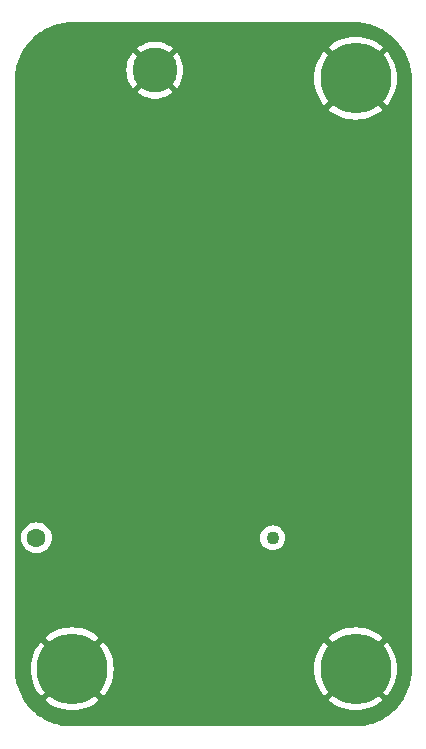
<source format=gbr>
%TF.GenerationSoftware,KiCad,Pcbnew,7.0.5-0*%
%TF.CreationDate,2023-07-31T21:43:18-04:00*%
%TF.ProjectId,carrier-arm14,63617272-6965-4722-9d61-726d31342e6b,rev?*%
%TF.SameCoordinates,Original*%
%TF.FileFunction,Copper,L2,Inr*%
%TF.FilePolarity,Positive*%
%FSLAX46Y46*%
G04 Gerber Fmt 4.6, Leading zero omitted, Abs format (unit mm)*
G04 Created by KiCad (PCBNEW 7.0.5-0) date 2023-07-31 21:43:18*
%MOMM*%
%LPD*%
G01*
G04 APERTURE LIST*
%TA.AperFunction,ComponentPad*%
%ADD10C,6.000000*%
%TD*%
%TA.AperFunction,ComponentPad*%
%ADD11C,1.100000*%
%TD*%
%TA.AperFunction,ComponentPad*%
%ADD12C,1.600000*%
%TD*%
%TA.AperFunction,ComponentPad*%
%ADD13C,3.800000*%
%TD*%
%TA.AperFunction,ViaPad*%
%ADD14C,0.800000*%
%TD*%
G04 APERTURE END LIST*
D10*
%TO.N,GND*%
%TO.C,H104*%
X127450000Y-107750000D03*
%TD*%
%TO.N,GND*%
%TO.C,H102*%
X151450000Y-57750000D03*
%TD*%
D11*
%TO.N,*%
%TO.C,CN101*%
X144425000Y-96650000D03*
D12*
X124425000Y-96650000D03*
%TD*%
D10*
%TO.N,GND*%
%TO.C,H103*%
X151450000Y-107750000D03*
%TD*%
D13*
%TO.N,GND*%
%TO.C,H105*%
X134450000Y-57075000D03*
%TD*%
D14*
%TO.N,GND*%
X152375000Y-74575000D03*
X152350000Y-89600000D03*
X140175000Y-94075000D03*
X139900000Y-101775000D03*
%TD*%
%TA.AperFunction,Conductor*%
%TO.N,GND*%
G36*
X151378689Y-52997905D02*
G01*
X151571872Y-53006341D01*
X151750797Y-53014615D01*
X151802127Y-53016989D01*
X151807341Y-53017451D01*
X152017768Y-53045156D01*
X152231757Y-53075007D01*
X152236568Y-53075875D01*
X152446784Y-53122480D01*
X152654378Y-53171307D01*
X152658823Y-53172529D01*
X152865422Y-53237671D01*
X153066680Y-53305127D01*
X153070649Y-53306612D01*
X153270992Y-53389598D01*
X153272086Y-53390066D01*
X153419510Y-53455161D01*
X153465239Y-53475353D01*
X153468811Y-53477068D01*
X153661341Y-53577294D01*
X153662873Y-53578119D01*
X153846926Y-53680638D01*
X153850070Y-53682512D01*
X153949660Y-53745957D01*
X154033349Y-53799273D01*
X154035016Y-53800376D01*
X154208656Y-53919322D01*
X154211348Y-53921275D01*
X154383843Y-54053636D01*
X154385680Y-54055101D01*
X154517387Y-54164470D01*
X154547495Y-54189472D01*
X154549774Y-54191460D01*
X154710108Y-54338380D01*
X154712062Y-54340250D01*
X154786410Y-54414597D01*
X154860775Y-54488963D01*
X154862630Y-54490901D01*
X155009530Y-54651215D01*
X155011518Y-54653493D01*
X155145911Y-54815337D01*
X155147400Y-54817203D01*
X155279719Y-54989644D01*
X155281674Y-54992340D01*
X155400619Y-55165977D01*
X155401745Y-55167681D01*
X155518495Y-55350943D01*
X155520370Y-55354086D01*
X155622880Y-55538129D01*
X155623710Y-55539670D01*
X155723926Y-55732180D01*
X155725649Y-55735766D01*
X155810894Y-55928825D01*
X155811440Y-55930102D01*
X155836237Y-55989965D01*
X155894378Y-56130329D01*
X155895884Y-56134354D01*
X155963339Y-56335611D01*
X156028472Y-56542183D01*
X156029695Y-56546633D01*
X156078523Y-56754235D01*
X156125121Y-56964423D01*
X156125996Y-56969278D01*
X156155853Y-57183306D01*
X156183547Y-57393655D01*
X156184011Y-57398885D01*
X156194569Y-57627088D01*
X156203106Y-57822575D01*
X156203165Y-57825280D01*
X156203165Y-107798646D01*
X156203106Y-107801351D01*
X156194679Y-107994348D01*
X156184025Y-108224783D01*
X156183561Y-108230015D01*
X156155861Y-108440414D01*
X156126012Y-108654398D01*
X156125137Y-108659254D01*
X156078540Y-108869435D01*
X156029709Y-109077051D01*
X156028486Y-109081501D01*
X155963360Y-109288058D01*
X155895903Y-109489326D01*
X155894397Y-109493351D01*
X155811476Y-109693539D01*
X155810913Y-109694855D01*
X155725671Y-109887911D01*
X155723948Y-109891497D01*
X155623722Y-110084032D01*
X155622892Y-110085573D01*
X155520383Y-110269612D01*
X155518508Y-110272755D01*
X155401781Y-110455982D01*
X155400640Y-110457708D01*
X155281695Y-110631347D01*
X155279733Y-110634053D01*
X155147395Y-110806518D01*
X155145906Y-110808383D01*
X155011545Y-110970191D01*
X155009557Y-110972470D01*
X154862649Y-111132792D01*
X154860778Y-111134746D01*
X154712073Y-111283453D01*
X154710119Y-111285324D01*
X154549803Y-111432227D01*
X154547525Y-111434215D01*
X154385727Y-111568572D01*
X154383862Y-111570061D01*
X154211352Y-111702433D01*
X154208647Y-111704395D01*
X154035070Y-111823299D01*
X154033344Y-111824439D01*
X153850089Y-111941187D01*
X153846945Y-111943062D01*
X153662899Y-112045577D01*
X153661358Y-112046407D01*
X153468827Y-112146634D01*
X153465241Y-112148357D01*
X153272206Y-112233591D01*
X153270889Y-112234155D01*
X153070691Y-112317082D01*
X153066666Y-112318588D01*
X152865406Y-112386044D01*
X152658827Y-112451179D01*
X152654377Y-112452402D01*
X152446753Y-112501236D01*
X152236596Y-112547828D01*
X152231740Y-112548704D01*
X152017715Y-112578561D01*
X151807376Y-112606254D01*
X151802139Y-112606719D01*
X151563282Y-112617743D01*
X151379548Y-112625768D01*
X151376842Y-112625827D01*
X127428690Y-112625827D01*
X127425986Y-112625768D01*
X127232973Y-112617341D01*
X127002550Y-112606690D01*
X126997318Y-112606226D01*
X126786935Y-112578530D01*
X126572933Y-112548679D01*
X126568077Y-112547804D01*
X126357942Y-112501219D01*
X126150282Y-112452380D01*
X126145831Y-112451157D01*
X125939233Y-112386018D01*
X125738000Y-112318572D01*
X125733976Y-112317066D01*
X125533834Y-112234166D01*
X125532518Y-112233603D01*
X125339412Y-112148340D01*
X125335826Y-112146617D01*
X125143287Y-112046390D01*
X125141745Y-112045559D01*
X124957729Y-111943064D01*
X124954585Y-111941189D01*
X124771311Y-111824432D01*
X124769585Y-111823291D01*
X124595994Y-111704380D01*
X124593289Y-111702418D01*
X124420812Y-111570074D01*
X124418947Y-111568584D01*
X124348576Y-111510150D01*
X124257110Y-111434198D01*
X124254856Y-111432231D01*
X124094529Y-111285319D01*
X124092575Y-111283448D01*
X123943869Y-111134743D01*
X123941998Y-111132789D01*
X123795101Y-110972480D01*
X123793113Y-110970201D01*
X123658741Y-110808385D01*
X123657252Y-110806520D01*
X123524900Y-110634036D01*
X123522938Y-110631331D01*
X123403966Y-110457654D01*
X123402925Y-110456080D01*
X123286100Y-110272701D01*
X123284287Y-110269660D01*
X123181754Y-110085579D01*
X123180924Y-110084038D01*
X123080694Y-109891501D01*
X123078971Y-109887915D01*
X123078969Y-109887911D01*
X122993723Y-109694849D01*
X122993196Y-109693617D01*
X122910231Y-109493323D01*
X122908744Y-109489350D01*
X122841286Y-109288081D01*
X122824428Y-109234613D01*
X122776146Y-109081483D01*
X122774931Y-109077062D01*
X122726097Y-108869435D01*
X122720839Y-108845717D01*
X122679495Y-108659229D01*
X122678625Y-108654398D01*
X122648776Y-108440414D01*
X122621077Y-108230021D01*
X122620614Y-108224810D01*
X122609586Y-107985832D01*
X122601570Y-107802232D01*
X122601511Y-107799528D01*
X122601511Y-107750000D01*
X123945197Y-107750000D01*
X123964397Y-108116353D01*
X124021784Y-108478684D01*
X124021784Y-108478686D01*
X124116736Y-108833051D01*
X124248204Y-109175535D01*
X124414754Y-109502406D01*
X124614549Y-109810064D01*
X124803297Y-110043147D01*
X126226389Y-108620056D01*
X126342632Y-108769404D01*
X126525523Y-108937768D01*
X126580116Y-108973435D01*
X125156851Y-110396701D01*
X125389935Y-110585450D01*
X125697593Y-110785245D01*
X126024464Y-110951795D01*
X126366948Y-111083263D01*
X126721314Y-111178215D01*
X127083646Y-111235602D01*
X127449999Y-111254803D01*
X127450001Y-111254803D01*
X127816353Y-111235602D01*
X128178684Y-111178215D01*
X128178686Y-111178215D01*
X128533051Y-111083263D01*
X128875535Y-110951795D01*
X129202406Y-110785245D01*
X129510065Y-110585450D01*
X129743148Y-110396702D01*
X129743148Y-110396701D01*
X128319883Y-108973435D01*
X128374477Y-108937768D01*
X128557368Y-108769404D01*
X128673610Y-108620057D01*
X130096701Y-110043148D01*
X130096702Y-110043148D01*
X130285450Y-109810065D01*
X130485245Y-109502406D01*
X130651795Y-109175535D01*
X130783263Y-108833051D01*
X130878215Y-108478686D01*
X130878215Y-108478684D01*
X130935602Y-108116353D01*
X130954803Y-107750000D01*
X147945197Y-107750000D01*
X147964397Y-108116353D01*
X148021784Y-108478684D01*
X148021784Y-108478686D01*
X148116736Y-108833051D01*
X148248204Y-109175535D01*
X148414754Y-109502406D01*
X148614549Y-109810064D01*
X148803297Y-110043147D01*
X150226389Y-108620056D01*
X150342632Y-108769404D01*
X150525523Y-108937768D01*
X150580116Y-108973435D01*
X149156851Y-110396701D01*
X149389935Y-110585450D01*
X149697593Y-110785245D01*
X150024464Y-110951795D01*
X150366948Y-111083263D01*
X150721314Y-111178215D01*
X151083646Y-111235602D01*
X151449999Y-111254803D01*
X151450001Y-111254803D01*
X151816353Y-111235602D01*
X152178684Y-111178215D01*
X152178686Y-111178215D01*
X152533051Y-111083263D01*
X152875535Y-110951795D01*
X153202406Y-110785245D01*
X153510065Y-110585450D01*
X153743148Y-110396702D01*
X153743148Y-110396701D01*
X152319883Y-108973435D01*
X152374477Y-108937768D01*
X152557368Y-108769404D01*
X152673610Y-108620057D01*
X154096701Y-110043148D01*
X154096702Y-110043148D01*
X154285450Y-109810065D01*
X154485245Y-109502406D01*
X154651795Y-109175535D01*
X154783263Y-108833051D01*
X154878215Y-108478686D01*
X154878215Y-108478684D01*
X154935602Y-108116353D01*
X154954803Y-107750000D01*
X154954803Y-107749999D01*
X154935602Y-107383646D01*
X154878215Y-107021315D01*
X154878215Y-107021313D01*
X154783263Y-106666948D01*
X154651795Y-106324464D01*
X154485245Y-105997594D01*
X154285450Y-105689935D01*
X154096701Y-105456851D01*
X152673609Y-106879942D01*
X152557368Y-106730596D01*
X152374477Y-106562232D01*
X152319882Y-106526563D01*
X153743148Y-105103297D01*
X153510064Y-104914549D01*
X153202406Y-104714754D01*
X152875535Y-104548204D01*
X152533051Y-104416736D01*
X152178685Y-104321784D01*
X151816353Y-104264397D01*
X151450001Y-104245197D01*
X151449999Y-104245197D01*
X151083646Y-104264397D01*
X150721315Y-104321784D01*
X150721313Y-104321784D01*
X150366948Y-104416736D01*
X150024464Y-104548204D01*
X149697594Y-104714754D01*
X149389929Y-104914553D01*
X149156851Y-105103297D01*
X150580117Y-106526563D01*
X150525523Y-106562232D01*
X150342632Y-106730596D01*
X150226389Y-106879943D01*
X148803297Y-105456851D01*
X148614553Y-105689929D01*
X148414754Y-105997594D01*
X148248204Y-106324464D01*
X148116736Y-106666948D01*
X148021784Y-107021313D01*
X148021784Y-107021315D01*
X147964397Y-107383646D01*
X147945197Y-107749999D01*
X147945197Y-107750000D01*
X130954803Y-107750000D01*
X130954803Y-107749999D01*
X130935602Y-107383646D01*
X130878215Y-107021315D01*
X130878215Y-107021313D01*
X130783263Y-106666948D01*
X130651795Y-106324464D01*
X130485245Y-105997594D01*
X130285450Y-105689935D01*
X130096701Y-105456851D01*
X128673609Y-106879942D01*
X128557368Y-106730596D01*
X128374477Y-106562232D01*
X128319882Y-106526563D01*
X129743148Y-105103297D01*
X129510064Y-104914549D01*
X129202406Y-104714754D01*
X128875535Y-104548204D01*
X128533051Y-104416736D01*
X128178685Y-104321784D01*
X127816353Y-104264397D01*
X127450001Y-104245197D01*
X127449999Y-104245197D01*
X127083646Y-104264397D01*
X126721315Y-104321784D01*
X126721313Y-104321784D01*
X126366948Y-104416736D01*
X126024464Y-104548204D01*
X125697594Y-104714754D01*
X125389929Y-104914553D01*
X125156851Y-105103297D01*
X126580117Y-106526563D01*
X126525523Y-106562232D01*
X126342632Y-106730596D01*
X126226389Y-106879943D01*
X124803297Y-105456851D01*
X124614553Y-105689929D01*
X124414754Y-105997594D01*
X124248204Y-106324464D01*
X124116736Y-106666948D01*
X124021784Y-107021313D01*
X124021784Y-107021315D01*
X123964397Y-107383646D01*
X123945197Y-107749999D01*
X123945197Y-107750000D01*
X122601511Y-107750000D01*
X122601511Y-96650001D01*
X123119532Y-96650001D01*
X123139364Y-96876686D01*
X123139366Y-96876697D01*
X123198258Y-97096488D01*
X123198261Y-97096497D01*
X123294431Y-97302732D01*
X123294432Y-97302734D01*
X123424954Y-97489141D01*
X123585858Y-97650045D01*
X123585861Y-97650047D01*
X123772266Y-97780568D01*
X123978504Y-97876739D01*
X124198308Y-97935635D01*
X124360230Y-97949801D01*
X124424998Y-97955468D01*
X124425000Y-97955468D01*
X124425002Y-97955468D01*
X124481672Y-97950509D01*
X124651692Y-97935635D01*
X124871496Y-97876739D01*
X125077734Y-97780568D01*
X125264139Y-97650047D01*
X125425047Y-97489139D01*
X125555568Y-97302734D01*
X125651739Y-97096496D01*
X125710635Y-96876692D01*
X125730468Y-96650000D01*
X125730468Y-96649999D01*
X143369417Y-96649999D01*
X143389699Y-96855932D01*
X143395998Y-96876697D01*
X143449768Y-97053954D01*
X143547315Y-97236450D01*
X143547317Y-97236452D01*
X143678589Y-97396410D01*
X143775209Y-97475702D01*
X143838550Y-97527685D01*
X144021046Y-97625232D01*
X144219066Y-97685300D01*
X144219065Y-97685300D01*
X144239348Y-97687297D01*
X144425000Y-97705583D01*
X144630934Y-97685300D01*
X144828954Y-97625232D01*
X145011450Y-97527685D01*
X145171410Y-97396410D01*
X145302685Y-97236450D01*
X145400232Y-97053954D01*
X145460300Y-96855934D01*
X145480583Y-96650000D01*
X145460300Y-96444066D01*
X145400232Y-96246046D01*
X145302685Y-96063550D01*
X145248287Y-95997265D01*
X145171410Y-95903589D01*
X145011452Y-95772317D01*
X145011453Y-95772317D01*
X145011450Y-95772315D01*
X144828954Y-95674768D01*
X144630934Y-95614700D01*
X144630932Y-95614699D01*
X144630934Y-95614699D01*
X144425000Y-95594417D01*
X144219067Y-95614699D01*
X144021043Y-95674769D01*
X143910898Y-95733643D01*
X143838550Y-95772315D01*
X143838548Y-95772316D01*
X143838547Y-95772317D01*
X143678589Y-95903589D01*
X143547317Y-96063547D01*
X143449769Y-96246043D01*
X143389699Y-96444067D01*
X143369417Y-96649999D01*
X125730468Y-96649999D01*
X125710635Y-96423308D01*
X125651739Y-96203504D01*
X125555568Y-95997266D01*
X125425047Y-95810861D01*
X125425045Y-95810858D01*
X125264141Y-95649954D01*
X125077734Y-95519432D01*
X125077732Y-95519431D01*
X124871497Y-95423261D01*
X124871488Y-95423258D01*
X124651697Y-95364366D01*
X124651693Y-95364365D01*
X124651692Y-95364365D01*
X124651691Y-95364364D01*
X124651686Y-95364364D01*
X124425002Y-95344532D01*
X124424998Y-95344532D01*
X124198313Y-95364364D01*
X124198302Y-95364366D01*
X123978511Y-95423258D01*
X123978502Y-95423261D01*
X123772267Y-95519431D01*
X123772265Y-95519432D01*
X123585858Y-95649954D01*
X123424954Y-95810858D01*
X123294432Y-95997265D01*
X123294431Y-95997267D01*
X123198261Y-96203502D01*
X123198258Y-96203511D01*
X123139366Y-96423302D01*
X123139364Y-96423313D01*
X123119532Y-96649998D01*
X123119532Y-96650001D01*
X122601511Y-96650001D01*
X122601511Y-57825028D01*
X122601570Y-57822323D01*
X122602605Y-57798624D01*
X122610000Y-57629295D01*
X122610365Y-57621385D01*
X122620656Y-57398868D01*
X122621115Y-57393691D01*
X122648818Y-57183285D01*
X122663924Y-57075005D01*
X132045254Y-57075005D01*
X132064215Y-57376383D01*
X132064216Y-57376390D01*
X132120805Y-57673040D01*
X132214125Y-57960247D01*
X132214127Y-57960252D01*
X132342704Y-58233491D01*
X132342707Y-58233497D01*
X132504513Y-58488464D01*
X132585312Y-58586133D01*
X133514210Y-57657234D01*
X133614894Y-57798624D01*
X133766932Y-57943592D01*
X133869222Y-58009329D01*
X132936564Y-58941986D01*
X133161474Y-59105393D01*
X133161485Y-59105400D01*
X133426109Y-59250878D01*
X133426117Y-59250882D01*
X133706889Y-59362047D01*
X133706892Y-59362048D01*
X133999399Y-59437150D01*
X134298995Y-59474999D01*
X134299007Y-59475000D01*
X134600993Y-59475000D01*
X134601004Y-59474999D01*
X134900600Y-59437150D01*
X135193107Y-59362048D01*
X135193110Y-59362047D01*
X135473882Y-59250882D01*
X135473890Y-59250878D01*
X135738514Y-59105400D01*
X135738525Y-59105393D01*
X135963433Y-58941986D01*
X135963434Y-58941986D01*
X135033306Y-58011859D01*
X135047410Y-58004589D01*
X135212540Y-57874729D01*
X135350110Y-57715965D01*
X135384665Y-57656112D01*
X136314686Y-58586133D01*
X136395483Y-58488469D01*
X136557292Y-58233497D01*
X136557295Y-58233491D01*
X136685872Y-57960252D01*
X136685874Y-57960247D01*
X136754188Y-57750000D01*
X147945197Y-57750000D01*
X147964397Y-58116353D01*
X148021784Y-58478684D01*
X148021784Y-58478686D01*
X148116736Y-58833051D01*
X148248204Y-59175535D01*
X148414754Y-59502406D01*
X148614549Y-59810064D01*
X148803297Y-60043147D01*
X150226389Y-58620056D01*
X150342632Y-58769404D01*
X150525523Y-58937768D01*
X150580116Y-58973435D01*
X149156851Y-60396701D01*
X149389935Y-60585450D01*
X149697593Y-60785245D01*
X150024464Y-60951795D01*
X150366948Y-61083263D01*
X150721314Y-61178215D01*
X151083646Y-61235602D01*
X151449999Y-61254803D01*
X151450001Y-61254803D01*
X151816353Y-61235602D01*
X152178684Y-61178215D01*
X152178686Y-61178215D01*
X152533051Y-61083263D01*
X152875535Y-60951795D01*
X153202406Y-60785245D01*
X153510065Y-60585450D01*
X153743148Y-60396702D01*
X153743148Y-60396701D01*
X152319883Y-58973435D01*
X152374477Y-58937768D01*
X152557368Y-58769404D01*
X152673610Y-58620057D01*
X154096701Y-60043148D01*
X154096702Y-60043148D01*
X154285450Y-59810065D01*
X154485245Y-59502406D01*
X154651795Y-59175535D01*
X154783263Y-58833051D01*
X154878215Y-58478686D01*
X154878215Y-58478684D01*
X154935602Y-58116353D01*
X154954803Y-57750000D01*
X154954803Y-57749999D01*
X154935602Y-57383646D01*
X154878215Y-57021315D01*
X154878215Y-57021313D01*
X154783263Y-56666948D01*
X154651795Y-56324464D01*
X154485245Y-55997594D01*
X154285450Y-55689935D01*
X154096701Y-55456851D01*
X152673609Y-56879942D01*
X152557368Y-56730596D01*
X152374477Y-56562232D01*
X152319882Y-56526563D01*
X153743148Y-55103297D01*
X153510064Y-54914549D01*
X153202406Y-54714754D01*
X152875535Y-54548204D01*
X152533051Y-54416736D01*
X152178685Y-54321784D01*
X151816353Y-54264397D01*
X151450001Y-54245197D01*
X151449999Y-54245197D01*
X151083646Y-54264397D01*
X150721315Y-54321784D01*
X150721313Y-54321784D01*
X150366948Y-54416736D01*
X150024464Y-54548204D01*
X149697594Y-54714754D01*
X149389929Y-54914553D01*
X149156851Y-55103297D01*
X150580117Y-56526563D01*
X150525523Y-56562232D01*
X150342632Y-56730596D01*
X150226389Y-56879943D01*
X148803297Y-55456851D01*
X148614553Y-55689929D01*
X148414754Y-55997594D01*
X148248204Y-56324464D01*
X148116736Y-56666948D01*
X148021784Y-57021313D01*
X148021784Y-57021315D01*
X147964397Y-57383646D01*
X147945197Y-57749999D01*
X147945197Y-57750000D01*
X136754188Y-57750000D01*
X136779194Y-57673040D01*
X136835783Y-57376390D01*
X136835784Y-57376383D01*
X136854745Y-57075005D01*
X136854745Y-57074994D01*
X136835784Y-56773616D01*
X136835783Y-56773609D01*
X136779194Y-56476959D01*
X136685874Y-56189752D01*
X136685872Y-56189747D01*
X136557295Y-55916508D01*
X136557292Y-55916502D01*
X136395486Y-55661535D01*
X136314685Y-55563864D01*
X135385787Y-56492762D01*
X135285106Y-56351376D01*
X135133068Y-56206408D01*
X135030776Y-56140669D01*
X135963434Y-55208012D01*
X135738530Y-55044609D01*
X135738520Y-55044602D01*
X135473890Y-54899121D01*
X135473882Y-54899117D01*
X135193110Y-54787952D01*
X135193107Y-54787951D01*
X134900600Y-54712849D01*
X134601004Y-54675000D01*
X134298995Y-54675000D01*
X133999399Y-54712849D01*
X133706892Y-54787951D01*
X133706889Y-54787952D01*
X133426117Y-54899117D01*
X133426109Y-54899121D01*
X133161479Y-55044602D01*
X133161461Y-55044614D01*
X132936565Y-55208010D01*
X132936564Y-55208012D01*
X133866693Y-56138140D01*
X133852590Y-56145411D01*
X133687460Y-56275271D01*
X133549890Y-56434035D01*
X133515334Y-56493886D01*
X132585312Y-55563864D01*
X132504516Y-55661530D01*
X132342707Y-55916502D01*
X132342704Y-55916508D01*
X132214127Y-56189747D01*
X132214125Y-56189752D01*
X132120805Y-56476959D01*
X132064216Y-56773609D01*
X132064215Y-56773616D01*
X132045254Y-57074994D01*
X132045254Y-57075005D01*
X122663924Y-57075005D01*
X122678679Y-56969240D01*
X122679545Y-56964440D01*
X122726149Y-56754235D01*
X122774984Y-56546610D01*
X122776192Y-56542214D01*
X122841360Y-56335532D01*
X122908799Y-56134330D01*
X122910284Y-56130363D01*
X122993287Y-55929979D01*
X122993722Y-55928965D01*
X123079049Y-55735720D01*
X123080719Y-55732244D01*
X123181028Y-55539554D01*
X123181748Y-55538217D01*
X123284334Y-55354043D01*
X123286143Y-55351008D01*
X123402959Y-55167644D01*
X123404009Y-55166055D01*
X123523020Y-54992321D01*
X123524932Y-54989685D01*
X123657328Y-54817144D01*
X123658734Y-54815383D01*
X123793172Y-54653485D01*
X123795097Y-54651278D01*
X123942091Y-54490861D01*
X123943862Y-54489011D01*
X124092694Y-54340179D01*
X124094515Y-54338436D01*
X124254942Y-54191431D01*
X124257140Y-54189515D01*
X124419060Y-54055058D01*
X124420783Y-54053682D01*
X124593368Y-53921252D01*
X124595969Y-53919365D01*
X124769780Y-53800302D01*
X124771222Y-53799348D01*
X124954644Y-53682494D01*
X124957733Y-53680654D01*
X124957762Y-53680638D01*
X125141891Y-53578077D01*
X125143252Y-53577344D01*
X125335895Y-53477058D01*
X125339383Y-53475382D01*
X125532573Y-53390079D01*
X125533730Y-53389583D01*
X125734032Y-53306614D01*
X125737987Y-53305134D01*
X125939255Y-53237673D01*
X126145849Y-53172532D01*
X126150253Y-53171321D01*
X126357907Y-53122478D01*
X126568096Y-53075878D01*
X126572907Y-53075009D01*
X126786793Y-53045170D01*
X126997361Y-53017445D01*
X127002544Y-53016986D01*
X127233638Y-53006300D01*
X127423028Y-52998028D01*
X127425864Y-52997905D01*
X127428569Y-52997846D01*
X151375984Y-52997846D01*
X151378689Y-52997905D01*
G37*
%TD.AperFunction*%
%TD*%
M02*

</source>
